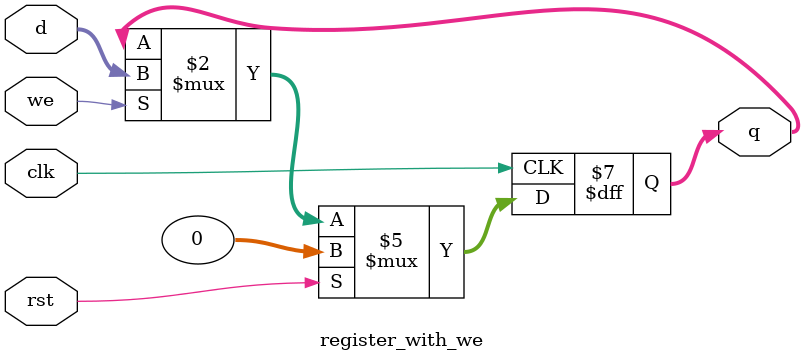
<source format=sv>

module register_with_we
(
    input             clk,
    input             rst,
    input             we,
    input      [31:0] d,
    output reg [31:0] q
);
    always_ff @ (posedge clk)
        if (rst)
            q <= '0;
        else
            if(we) q <= d;

endmodule

</source>
